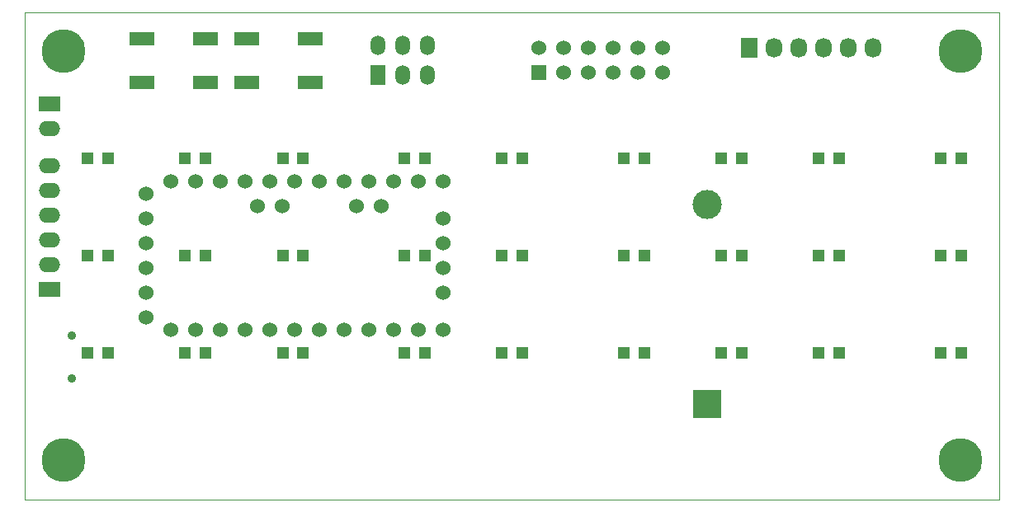
<source format=gbs>
G04 #@! TF.FileFunction,Soldermask,Bot*
%FSLAX46Y46*%
G04 Gerber Fmt 4.6, Leading zero omitted, Abs format (unit mm)*
G04 Created by KiCad (PCBNEW 4.0.0-stable) date 21/02/2016 17:37:39*
%MOMM*%
G01*
G04 APERTURE LIST*
%ADD10C,0.150000*%
%ADD11C,0.100000*%
%ADD12C,4.500880*%
%ADD13R,2.199640X1.524000*%
%ADD14O,2.199640X1.524000*%
%ADD15R,1.524000X1.524000*%
%ADD16C,1.524000*%
%ADD17R,1.524000X1.998980*%
%ADD18O,1.524000X1.998980*%
%ADD19R,1.727200X2.032000*%
%ADD20O,1.727200X2.032000*%
%ADD21R,1.198880X1.198880*%
%ADD22C,2.999740*%
%ADD23R,2.997200X2.997200*%
%ADD24R,2.499360X1.397000*%
%ADD25C,0.899160*%
G04 APERTURE END LIST*
D10*
D11*
X100000000Y0D02*
X0Y0D01*
X100000000Y50000000D02*
X100000000Y0D01*
X0Y50000000D02*
X100000000Y50000000D01*
X0Y0D02*
X0Y50000000D01*
D12*
X4000000Y46000000D03*
X4000000Y4000000D03*
X96000000Y46000000D03*
X96000000Y4000000D03*
D13*
X2540000Y21590000D03*
D14*
X2540000Y24130000D03*
X2540000Y26670000D03*
X2540000Y29210000D03*
X2540000Y31750000D03*
X2540000Y34290000D03*
D13*
X2540000Y40640000D03*
D14*
X2540000Y38100000D03*
D15*
X52705000Y43815000D03*
D16*
X52705000Y46355000D03*
X55245000Y43815000D03*
X55245000Y46355000D03*
X57785000Y43815000D03*
X57785000Y46355000D03*
X60325000Y43815000D03*
X60325000Y46355000D03*
X62865000Y43815000D03*
X62865000Y46355000D03*
X65405000Y43815000D03*
X65405000Y46355000D03*
D17*
X36195000Y43566080D03*
D18*
X36195000Y46603920D03*
X38735000Y43566080D03*
X38735000Y46603920D03*
X41275000Y43566080D03*
X41275000Y46603920D03*
D19*
X74295000Y46355000D03*
D20*
X76835000Y46355000D03*
X79375000Y46355000D03*
X81915000Y46355000D03*
X84455000Y46355000D03*
X86995000Y46355000D03*
D16*
X17526000Y17399000D03*
X20066000Y17399000D03*
X22606000Y17399000D03*
X14986000Y17399000D03*
X25146000Y17399000D03*
X27686000Y17399000D03*
X30226000Y17399000D03*
X32766000Y17399000D03*
X35306000Y17399000D03*
X37846000Y17399000D03*
X40386000Y17399000D03*
X42926000Y17399000D03*
X42926000Y21209000D03*
X42926000Y23749000D03*
X42926000Y26289000D03*
X42926000Y28829000D03*
X42926000Y32639000D03*
X40386000Y32639000D03*
X37846000Y32639000D03*
X35306000Y32639000D03*
X32766000Y32639000D03*
X30226000Y32639000D03*
X27686000Y32639000D03*
X25146000Y32639000D03*
X22606000Y32639000D03*
X20066000Y32639000D03*
X17526000Y32639000D03*
X14986000Y32639000D03*
X12446000Y18669000D03*
X12446000Y23749000D03*
X12446000Y26289000D03*
X12446000Y28829000D03*
X12446000Y31369000D03*
X36576000Y30099000D03*
X34036000Y30099000D03*
X26416000Y30099000D03*
X23876000Y30099000D03*
X12446000Y21209000D03*
D21*
X93950980Y35000000D03*
X96049020Y35000000D03*
X6450980Y15000000D03*
X8549020Y15000000D03*
X16450980Y15000000D03*
X18549020Y15000000D03*
X26450980Y15000000D03*
X28549020Y15000000D03*
X93950980Y15000000D03*
X96049020Y15000000D03*
X6450980Y25000000D03*
X8549020Y25000000D03*
X16450980Y25000000D03*
X18549020Y25000000D03*
X26450980Y25000000D03*
X28549020Y25000000D03*
X93950980Y25000000D03*
X96049020Y25000000D03*
X6450980Y35000000D03*
X8549020Y35000000D03*
X16450980Y35000000D03*
X18549020Y35000000D03*
X26450980Y35000000D03*
X28549020Y35000000D03*
X38950980Y15000000D03*
X41049020Y15000000D03*
X48950980Y15000000D03*
X51049020Y15000000D03*
X38950980Y25000000D03*
X41049020Y25000000D03*
X48950980Y25000000D03*
X51049020Y25000000D03*
X38950980Y35000000D03*
X41049020Y35000000D03*
X48950980Y35000000D03*
X51049020Y35000000D03*
X81450980Y35000000D03*
X83549020Y35000000D03*
X71450980Y35000000D03*
X73549020Y35000000D03*
X61450980Y35000000D03*
X63549020Y35000000D03*
X81450980Y25000000D03*
X83549020Y25000000D03*
X71450980Y25000000D03*
X73549020Y25000000D03*
X61450980Y25000000D03*
X63549020Y25000000D03*
X81450980Y15000000D03*
X83549020Y15000000D03*
X71450980Y15000000D03*
X73549020Y15000000D03*
X61450980Y15000000D03*
X63549020Y15000000D03*
D22*
X70000000Y30283200D03*
D23*
X70000000Y9785400D03*
D24*
X11991340Y42834560D03*
X11991340Y47335440D03*
X18491200Y42834560D03*
X18491200Y47335440D03*
X22786340Y42834560D03*
X22786340Y47335440D03*
X29286200Y42834560D03*
X29286200Y47335440D03*
D25*
X4843780Y16804640D03*
X4843780Y12405360D03*
M02*

</source>
